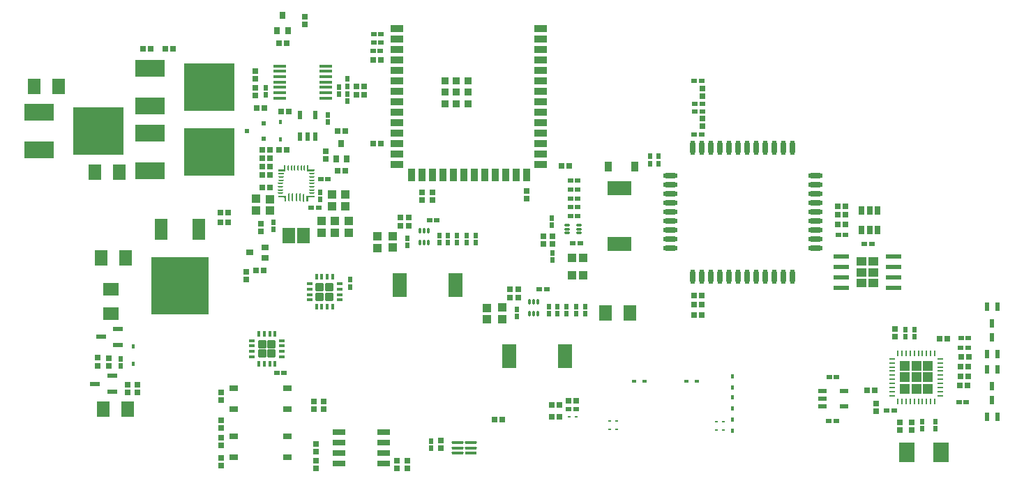
<source format=gtp>
G04*
G04 #@! TF.GenerationSoftware,Altium Limited,Altium Designer,21.9.1 (22)*
G04*
G04 Layer_Color=8421504*
%FSLAX25Y25*%
%MOIN*%
G70*
G04*
G04 #@! TF.SameCoordinates,8F0FC1BE-C161-4982-B8DB-F3E27E61BA57*
G04*
G04*
G04 #@! TF.FilePolarity,Positive*
G04*
G01*
G75*
G04:AMPARAMS|DCode=16|XSize=36.97mil|YSize=36.97mil|CornerRadius=2.03mil|HoleSize=0mil|Usage=FLASHONLY|Rotation=90.000|XOffset=0mil|YOffset=0mil|HoleType=Round|Shape=RoundedRectangle|*
%AMROUNDEDRECTD16*
21,1,0.03697,0.03290,0,0,90.0*
21,1,0.03290,0.03697,0,0,90.0*
1,1,0.00407,0.01645,0.01645*
1,1,0.00407,0.01645,-0.01645*
1,1,0.00407,-0.01645,-0.01645*
1,1,0.00407,-0.01645,0.01645*
%
%ADD16ROUNDEDRECTD16*%
G04:AMPARAMS|DCode=17|XSize=36.97mil|YSize=36.97mil|CornerRadius=2.03mil|HoleSize=0mil|Usage=FLASHONLY|Rotation=180.000|XOffset=0mil|YOffset=0mil|HoleType=Round|Shape=RoundedRectangle|*
%AMROUNDEDRECTD17*
21,1,0.03697,0.03290,0,0,180.0*
21,1,0.03290,0.03697,0,0,180.0*
1,1,0.00407,-0.01645,0.01645*
1,1,0.00407,0.01645,0.01645*
1,1,0.00407,0.01645,-0.01645*
1,1,0.00407,-0.01645,-0.01645*
%
%ADD17ROUNDEDRECTD17*%
%ADD18R,0.04606X0.04606*%
%ADD19R,0.04685X0.04331*%
%ADD20R,0.06102X0.01181*%
%ADD21R,0.06102X0.01181*%
%ADD22R,0.02756X0.02559*%
%ADD23R,0.02559X0.02756*%
%ADD24R,0.03937X0.03150*%
%ADD25R,0.01772X0.02323*%
%ADD26R,0.14173X0.07874*%
%ADD27R,0.24410X0.22835*%
%ADD28R,0.01575X0.01890*%
%ADD29R,0.01968X0.03937*%
%ADD30R,0.01417X0.00984*%
%ADD31R,0.02598X0.02441*%
%ADD32R,0.02441X0.02598*%
%ADD33R,0.03937X0.02362*%
G04:AMPARAMS|DCode=34|XSize=9.06mil|YSize=23.62mil|CornerRadius=1.95mil|HoleSize=0mil|Usage=FLASHONLY|Rotation=270.000|XOffset=0mil|YOffset=0mil|HoleType=Round|Shape=RoundedRectangle|*
%AMROUNDEDRECTD34*
21,1,0.00906,0.01973,0,0,270.0*
21,1,0.00516,0.02362,0,0,270.0*
1,1,0.00389,-0.00986,-0.00258*
1,1,0.00389,-0.00986,0.00258*
1,1,0.00389,0.00986,0.00258*
1,1,0.00389,0.00986,-0.00258*
%
%ADD34ROUNDEDRECTD34*%
G04:AMPARAMS|DCode=35|XSize=9.06mil|YSize=23.62mil|CornerRadius=1.95mil|HoleSize=0mil|Usage=FLASHONLY|Rotation=180.000|XOffset=0mil|YOffset=0mil|HoleType=Round|Shape=RoundedRectangle|*
%AMROUNDEDRECTD35*
21,1,0.00906,0.01973,0,0,180.0*
21,1,0.00516,0.02362,0,0,180.0*
1,1,0.00389,-0.00258,0.00986*
1,1,0.00389,0.00258,0.00986*
1,1,0.00389,0.00258,-0.00986*
1,1,0.00389,-0.00258,-0.00986*
%
%ADD35ROUNDEDRECTD35*%
%ADD36R,0.07480X0.09449*%
%ADD37R,0.03961X0.04351*%
%ADD38R,0.06120X0.07505*%
%ADD39R,0.03583X0.04803*%
%ADD40R,0.07780X0.01968*%
%ADD41R,0.02559X0.04331*%
%ADD42O,0.07087X0.02362*%
%ADD43O,0.02362X0.07087*%
%ADD44R,0.05764X0.01480*%
G04:AMPARAMS|DCode=45|XSize=57.64mil|YSize=14.8mil|CornerRadius=7.4mil|HoleSize=0mil|Usage=FLASHONLY|Rotation=180.000|XOffset=0mil|YOffset=0mil|HoleType=Round|Shape=RoundedRectangle|*
%AMROUNDEDRECTD45*
21,1,0.05764,0.00000,0,0,180.0*
21,1,0.04284,0.01480,0,0,180.0*
1,1,0.01480,-0.02142,0.00000*
1,1,0.01480,0.02142,0.00000*
1,1,0.01480,0.02142,0.00000*
1,1,0.01480,-0.02142,0.00000*
%
%ADD45ROUNDEDRECTD45*%
G04:AMPARAMS|DCode=46|XSize=26.38mil|YSize=11.81mil|CornerRadius=1.95mil|HoleSize=0mil|Usage=FLASHONLY|Rotation=90.000|XOffset=0mil|YOffset=0mil|HoleType=Round|Shape=RoundedRectangle|*
%AMROUNDEDRECTD46*
21,1,0.02638,0.00791,0,0,90.0*
21,1,0.02248,0.01181,0,0,90.0*
1,1,0.00390,0.00396,0.01124*
1,1,0.00390,0.00396,-0.01124*
1,1,0.00390,-0.00396,-0.01124*
1,1,0.00390,-0.00396,0.01124*
%
%ADD46ROUNDEDRECTD46*%
%ADD47R,0.06890X0.11811*%
%ADD48R,0.05906X0.03543*%
%ADD49R,0.03543X0.05906*%
%ADD50R,0.03543X0.03543*%
%ADD51R,0.01890X0.01575*%
G04:AMPARAMS|DCode=52|XSize=61.02mil|YSize=23.62mil|CornerRadius=2.01mil|HoleSize=0mil|Usage=FLASHONLY|Rotation=0.000|XOffset=0mil|YOffset=0mil|HoleType=Round|Shape=RoundedRectangle|*
%AMROUNDEDRECTD52*
21,1,0.06102,0.01961,0,0,0.0*
21,1,0.05701,0.02362,0,0,0.0*
1,1,0.00402,0.02850,-0.00980*
1,1,0.00402,-0.02850,-0.00980*
1,1,0.00402,-0.02850,0.00980*
1,1,0.00402,0.02850,0.00980*
%
%ADD52ROUNDEDRECTD52*%
G04:AMPARAMS|DCode=53|XSize=25.59mil|YSize=7.87mil|CornerRadius=1.97mil|HoleSize=0mil|Usage=FLASHONLY|Rotation=180.000|XOffset=0mil|YOffset=0mil|HoleType=Round|Shape=RoundedRectangle|*
%AMROUNDEDRECTD53*
21,1,0.02559,0.00394,0,0,180.0*
21,1,0.02165,0.00787,0,0,180.0*
1,1,0.00394,-0.01083,0.00197*
1,1,0.00394,0.01083,0.00197*
1,1,0.00394,0.01083,-0.00197*
1,1,0.00394,-0.01083,-0.00197*
%
%ADD53ROUNDEDRECTD53*%
%ADD54R,0.02756X0.03543*%
%ADD55R,0.02362X0.03937*%
%ADD56R,0.02362X0.01968*%
%ADD57R,0.03543X0.02756*%
%ADD58R,0.05906X0.09843*%
%ADD59R,0.27559X0.27559*%
%ADD60R,0.06102X0.07480*%
G04:AMPARAMS|DCode=61|XSize=7.87mil|YSize=37.4mil|CornerRadius=1.97mil|HoleSize=0mil|Usage=FLASHONLY|Rotation=180.000|XOffset=0mil|YOffset=0mil|HoleType=Round|Shape=RoundedRectangle|*
%AMROUNDEDRECTD61*
21,1,0.00787,0.03347,0,0,180.0*
21,1,0.00394,0.03740,0,0,180.0*
1,1,0.00394,-0.00197,0.01673*
1,1,0.00394,0.00197,0.01673*
1,1,0.00394,0.00197,-0.01673*
1,1,0.00394,-0.00197,-0.01673*
%
%ADD61ROUNDEDRECTD61*%
G04:AMPARAMS|DCode=62|XSize=7.87mil|YSize=39.37mil|CornerRadius=1.97mil|HoleSize=0mil|Usage=FLASHONLY|Rotation=180.000|XOffset=0mil|YOffset=0mil|HoleType=Round|Shape=RoundedRectangle|*
%AMROUNDEDRECTD62*
21,1,0.00787,0.03543,0,0,180.0*
21,1,0.00394,0.03937,0,0,180.0*
1,1,0.00394,-0.00197,0.01772*
1,1,0.00394,0.00197,0.01772*
1,1,0.00394,0.00197,-0.01772*
1,1,0.00394,-0.00197,-0.01772*
%
%ADD62ROUNDEDRECTD62*%
%ADD63C,0.00689*%
G04:AMPARAMS|DCode=64|XSize=23.62mil|YSize=7.87mil|CornerRadius=1.97mil|HoleSize=0mil|Usage=FLASHONLY|Rotation=180.000|XOffset=0mil|YOffset=0mil|HoleType=Round|Shape=RoundedRectangle|*
%AMROUNDEDRECTD64*
21,1,0.02362,0.00394,0,0,180.0*
21,1,0.01968,0.00787,0,0,180.0*
1,1,0.00394,-0.00984,0.00197*
1,1,0.00394,0.00984,0.00197*
1,1,0.00394,0.00984,-0.00197*
1,1,0.00394,-0.00984,-0.00197*
%
%ADD64ROUNDEDRECTD64*%
G04:AMPARAMS|DCode=65|XSize=26.77mil|YSize=7.87mil|CornerRadius=1.97mil|HoleSize=0mil|Usage=FLASHONLY|Rotation=180.000|XOffset=0mil|YOffset=0mil|HoleType=Round|Shape=RoundedRectangle|*
%AMROUNDEDRECTD65*
21,1,0.02677,0.00394,0,0,180.0*
21,1,0.02284,0.00787,0,0,180.0*
1,1,0.00394,-0.01142,0.00197*
1,1,0.00394,0.01142,0.00197*
1,1,0.00394,0.01142,-0.00197*
1,1,0.00394,-0.01142,-0.00197*
%
%ADD65ROUNDEDRECTD65*%
G04:AMPARAMS|DCode=66|XSize=27.56mil|YSize=7.87mil|CornerRadius=1.97mil|HoleSize=0mil|Usage=FLASHONLY|Rotation=180.000|XOffset=0mil|YOffset=0mil|HoleType=Round|Shape=RoundedRectangle|*
%AMROUNDEDRECTD66*
21,1,0.02756,0.00394,0,0,180.0*
21,1,0.02362,0.00787,0,0,180.0*
1,1,0.00394,-0.01181,0.00197*
1,1,0.00394,0.01181,0.00197*
1,1,0.00394,0.01181,-0.00197*
1,1,0.00394,-0.01181,-0.00197*
%
%ADD66ROUNDEDRECTD66*%
G04:AMPARAMS|DCode=67|XSize=7.87mil|YSize=23.62mil|CornerRadius=1.97mil|HoleSize=0mil|Usage=FLASHONLY|Rotation=180.000|XOffset=0mil|YOffset=0mil|HoleType=Round|Shape=RoundedRectangle|*
%AMROUNDEDRECTD67*
21,1,0.00787,0.01968,0,0,180.0*
21,1,0.00394,0.02362,0,0,180.0*
1,1,0.00394,-0.00197,0.00984*
1,1,0.00394,0.00197,0.00984*
1,1,0.00394,0.00197,-0.00984*
1,1,0.00394,-0.00197,-0.00984*
%
%ADD67ROUNDEDRECTD67*%
%ADD68C,0.00620*%
%ADD69C,0.00754*%
G04:AMPARAMS|DCode=70|XSize=11.81mil|YSize=29.53mil|CornerRadius=1.95mil|HoleSize=0mil|Usage=FLASHONLY|Rotation=90.000|XOffset=0mil|YOffset=0mil|HoleType=Round|Shape=RoundedRectangle|*
%AMROUNDEDRECTD70*
21,1,0.01181,0.02563,0,0,90.0*
21,1,0.00791,0.02953,0,0,90.0*
1,1,0.00390,0.01282,0.00396*
1,1,0.00390,0.01282,-0.00396*
1,1,0.00390,-0.01282,-0.00396*
1,1,0.00390,-0.01282,0.00396*
%
%ADD70ROUNDEDRECTD70*%
G04:AMPARAMS|DCode=71|XSize=11.81mil|YSize=29.53mil|CornerRadius=1.95mil|HoleSize=0mil|Usage=FLASHONLY|Rotation=180.000|XOffset=0mil|YOffset=0mil|HoleType=Round|Shape=RoundedRectangle|*
%AMROUNDEDRECTD71*
21,1,0.01181,0.02563,0,0,180.0*
21,1,0.00791,0.02953,0,0,180.0*
1,1,0.00390,-0.00396,0.01282*
1,1,0.00390,0.00396,0.01282*
1,1,0.00390,0.00396,-0.01282*
1,1,0.00390,-0.00396,-0.01282*
%
%ADD71ROUNDEDRECTD71*%
%ADD72R,0.07480X0.06102*%
%ADD73R,0.04351X0.03961*%
%ADD74R,0.05118X0.02362*%
%ADD75R,0.11811X0.06890*%
G04:AMPARAMS|DCode=76|XSize=26.38mil|YSize=11.81mil|CornerRadius=1.95mil|HoleSize=0mil|Usage=FLASHONLY|Rotation=180.000|XOffset=0mil|YOffset=0mil|HoleType=Round|Shape=RoundedRectangle|*
%AMROUNDEDRECTD76*
21,1,0.02638,0.00791,0,0,180.0*
21,1,0.02248,0.01181,0,0,180.0*
1,1,0.00390,-0.01124,0.00396*
1,1,0.00390,0.01124,0.00396*
1,1,0.00390,0.01124,-0.00396*
1,1,0.00390,-0.01124,-0.00396*
%
%ADD76ROUNDEDRECTD76*%
G36*
X128493Y-108435D02*
X128549Y-108491D01*
X128579Y-108563D01*
X128579Y-108602D01*
X128579Y-110965D01*
X128579D01*
Y-111004D01*
X128549Y-111076D01*
X128493Y-111131D01*
X128421Y-111161D01*
X128382Y-111161D01*
X127988Y-111161D01*
X127988D01*
X127949Y-111161D01*
X127877Y-111132D01*
X127821Y-111076D01*
X127791Y-111004D01*
X127791Y-110965D01*
Y-109193D01*
X125035D01*
X124996Y-109193D01*
X124924Y-109163D01*
X124869Y-109108D01*
X124839Y-109035D01*
X124839Y-108996D01*
Y-108602D01*
X124839Y-108563D01*
X124869Y-108491D01*
X124924Y-108435D01*
X124996Y-108405D01*
X125035Y-108405D01*
X128382Y-108405D01*
X128382Y-108405D01*
X128421Y-108405D01*
X128493Y-108435D01*
D02*
G37*
G36*
X141965Y-108405D02*
X142004Y-108405D01*
X142076Y-108435D01*
X142131Y-108491D01*
X142161Y-108563D01*
X142161Y-108602D01*
X142161D01*
X142161Y-108996D01*
Y-109035D01*
X142131Y-109108D01*
X142076Y-109163D01*
X142004Y-109193D01*
X139209D01*
X139209Y-110965D01*
Y-111004D01*
X139179Y-111076D01*
X139123Y-111131D01*
X139051Y-111161D01*
X139012D01*
Y-111161D01*
X138618Y-111161D01*
X138579Y-111161D01*
X138507Y-111131D01*
X138451Y-111076D01*
X138421Y-111004D01*
Y-110965D01*
X138421D01*
X138421Y-108602D01*
X138421Y-108563D01*
X138451Y-108491D01*
X138507Y-108435D01*
X138579Y-108405D01*
X138618Y-108405D01*
Y-108405D01*
X141965Y-108405D01*
D02*
G37*
G36*
X128296Y-93869D02*
X128352Y-93924D01*
X128382Y-93996D01*
Y-94035D01*
X128382Y-94035D01*
X128382Y-96398D01*
X128382Y-96437D01*
X128352Y-96509D01*
X128297Y-96565D01*
X128224Y-96595D01*
X128185Y-96595D01*
X125035Y-96595D01*
X124996Y-96595D01*
X124924Y-96565D01*
X124869Y-96509D01*
X124839Y-96437D01*
X124839Y-96398D01*
Y-96398D01*
Y-96004D01*
Y-95965D01*
X124869Y-95892D01*
X124924Y-95837D01*
X124996Y-95807D01*
X125035D01*
X125035Y-95807D01*
X127594D01*
Y-94035D01*
X127594Y-93996D01*
X127624Y-93924D01*
X127680Y-93869D01*
X127752Y-93839D01*
X127791Y-93839D01*
X127791Y-93839D01*
X128185Y-93839D01*
X128224Y-93839D01*
X128296Y-93869D01*
D02*
G37*
G36*
X139320Y-93869D02*
X139375Y-93924D01*
X139406Y-93996D01*
X139406Y-94035D01*
X139406Y-95807D01*
X141965D01*
Y-95807D01*
X142004D01*
X142076Y-95837D01*
X142131Y-95892D01*
X142161Y-95965D01*
Y-96004D01*
X142161Y-96398D01*
X142161Y-96398D01*
X142161Y-96437D01*
X142131Y-96509D01*
X142076Y-96565D01*
X142004Y-96595D01*
X141965Y-96595D01*
X138815D01*
X138776Y-96595D01*
X138703Y-96565D01*
X138648Y-96509D01*
X138618Y-96437D01*
X138618Y-96398D01*
Y-94035D01*
X138618Y-93996D01*
X138648Y-93924D01*
X138703Y-93869D01*
X138776Y-93839D01*
X138815Y-93839D01*
X139209Y-93839D01*
Y-93839D01*
X139248Y-93839D01*
X139320Y-93869D01*
D02*
G37*
D16*
X121742Y-179258D02*
D03*
Y-183742D02*
D03*
X117258D02*
D03*
Y-179258D02*
D03*
D17*
X144758Y-156593D02*
D03*
X149242D02*
D03*
Y-152108D02*
D03*
X144758D02*
D03*
D18*
X429815Y-189803D02*
D03*
X424421D02*
D03*
X435209D02*
D03*
X429815Y-200590D02*
D03*
X424421D02*
D03*
X435209D02*
D03*
Y-195197D02*
D03*
X424421D02*
D03*
X429815D02*
D03*
D19*
X409237Y-150111D02*
D03*
X409244Y-145001D02*
D03*
X409237Y-139874D02*
D03*
X403764Y-150111D02*
D03*
X403771Y-145001D02*
D03*
X403764Y-139874D02*
D03*
D20*
X125476Y-61677D02*
D03*
Y-56559D02*
D03*
Y-51441D02*
D03*
Y-46323D02*
D03*
X147524Y-61677D02*
D03*
Y-56559D02*
D03*
Y-51441D02*
D03*
Y-46323D02*
D03*
D21*
X125476Y-59118D02*
D03*
Y-54000D02*
D03*
Y-48882D02*
D03*
X147524Y-59118D02*
D03*
Y-54000D02*
D03*
Y-48882D02*
D03*
D22*
X264000Y-94000D02*
D03*
X260260D02*
D03*
X125130Y-86500D02*
D03*
X128870D02*
D03*
X117130D02*
D03*
X120870D02*
D03*
X440815Y-176803D02*
D03*
X444555D02*
D03*
X409882Y-201512D02*
D03*
X406142D02*
D03*
X454370Y-199000D02*
D03*
X450630D02*
D03*
X454555Y-194697D02*
D03*
X450815D02*
D03*
X454685Y-190197D02*
D03*
X450945D02*
D03*
X451142Y-185512D02*
D03*
X454882D02*
D03*
X228130Y-215500D02*
D03*
X231870D02*
D03*
X117130Y-90500D02*
D03*
X120870D02*
D03*
X156870Y-77500D02*
D03*
X153130D02*
D03*
X395870Y-122000D02*
D03*
X392130D02*
D03*
X395870Y-117500D02*
D03*
X392130D02*
D03*
X395870Y-113500D02*
D03*
X392130D02*
D03*
X327370Y-165500D02*
D03*
X323630D02*
D03*
X323500Y-160500D02*
D03*
X327240D02*
D03*
Y-156000D02*
D03*
X323500D02*
D03*
X267370Y-206500D02*
D03*
X263630D02*
D03*
X259370Y-208500D02*
D03*
X255630D02*
D03*
X255500Y-214000D02*
D03*
X259240D02*
D03*
X71000Y-38000D02*
D03*
X74740D02*
D03*
X63870D02*
D03*
X60130D02*
D03*
X187155Y-122916D02*
D03*
X183415D02*
D03*
Y-118916D02*
D03*
X187155D02*
D03*
X117870Y-144000D02*
D03*
X114130D02*
D03*
X117130Y-98500D02*
D03*
X120870D02*
D03*
Y-104500D02*
D03*
X117130D02*
D03*
Y-94500D02*
D03*
X120870D02*
D03*
X162130Y-56000D02*
D03*
X165870D02*
D03*
X162130Y-60000D02*
D03*
X165870D02*
D03*
X114630Y-66500D02*
D03*
X118370D02*
D03*
X126130Y-68000D02*
D03*
X129870D02*
D03*
X153130Y-96500D02*
D03*
X156870D02*
D03*
X235747Y-156999D02*
D03*
X239487D02*
D03*
Y-152998D02*
D03*
X235747D02*
D03*
X125130Y-35500D02*
D03*
X128870D02*
D03*
X173870Y-83500D02*
D03*
X170130D02*
D03*
X100870Y-121000D02*
D03*
X97130D02*
D03*
Y-116500D02*
D03*
X100870D02*
D03*
X173870Y-43500D02*
D03*
X170130D02*
D03*
D23*
X243500Y-106130D02*
D03*
Y-109870D02*
D03*
X193500Y-106630D02*
D03*
Y-110370D02*
D03*
X97500Y-202260D02*
D03*
Y-206000D02*
D03*
Y-215630D02*
D03*
Y-219370D02*
D03*
Y-224130D02*
D03*
Y-227870D02*
D03*
Y-237370D02*
D03*
Y-233630D02*
D03*
X427512Y-220382D02*
D03*
Y-216642D02*
D03*
X419500Y-175870D02*
D03*
Y-172130D02*
D03*
X422012Y-220382D02*
D03*
Y-216642D02*
D03*
X410500Y-207630D02*
D03*
Y-211370D02*
D03*
X327500Y-57130D02*
D03*
Y-60870D02*
D03*
Y-71500D02*
D03*
Y-75240D02*
D03*
X202500Y-229240D02*
D03*
Y-225500D02*
D03*
X109500Y-144630D02*
D03*
Y-148370D02*
D03*
X142000Y-210500D02*
D03*
Y-206760D02*
D03*
X146500Y-210500D02*
D03*
Y-206760D02*
D03*
X181500Y-238870D02*
D03*
X143000Y-227130D02*
D03*
Y-230870D02*
D03*
Y-235130D02*
D03*
Y-238870D02*
D03*
X181500Y-235130D02*
D03*
X186500D02*
D03*
Y-238870D02*
D03*
X114000Y-48760D02*
D03*
Y-52500D02*
D03*
Y-56630D02*
D03*
Y-60370D02*
D03*
X251500Y-127630D02*
D03*
Y-131370D02*
D03*
X147500Y-87130D02*
D03*
Y-90870D02*
D03*
X256000Y-127630D02*
D03*
Y-131370D02*
D03*
X137500Y-26370D02*
D03*
Y-22630D02*
D03*
X198500Y-106630D02*
D03*
Y-110370D02*
D03*
X116500Y-125370D02*
D03*
Y-121630D02*
D03*
X57500Y-198630D02*
D03*
Y-202370D02*
D03*
X38740Y-189638D02*
D03*
Y-185898D02*
D03*
X53000Y-202370D02*
D03*
Y-198630D02*
D03*
X44000Y-186130D02*
D03*
Y-189870D02*
D03*
D24*
X129295Y-210500D02*
D03*
X103705Y-200500D02*
D03*
Y-210500D02*
D03*
X129295Y-200500D02*
D03*
Y-233500D02*
D03*
X103705Y-223500D02*
D03*
Y-233500D02*
D03*
X129295Y-223500D02*
D03*
D25*
X55500Y-180347D02*
D03*
Y-188654D02*
D03*
X125886Y-73000D02*
D03*
Y-81307D02*
D03*
D26*
X10677Y-68484D02*
D03*
Y-86516D02*
D03*
X63677Y-96516D02*
D03*
Y-78484D02*
D03*
Y-65516D02*
D03*
Y-47484D02*
D03*
D27*
X39024Y-77500D02*
D03*
X92024Y-87500D02*
D03*
Y-56500D02*
D03*
D28*
X342000Y-204902D02*
D03*
Y-200098D02*
D03*
Y-220598D02*
D03*
Y-215402D02*
D03*
Y-210098D02*
D03*
Y-194902D02*
D03*
D29*
X466000Y-176063D02*
D03*
Y-169437D02*
D03*
X468559Y-161563D02*
D03*
X463441D02*
D03*
Y-183937D02*
D03*
X468559D02*
D03*
X463441Y-213937D02*
D03*
X468559D02*
D03*
X466000Y-206063D02*
D03*
X468559Y-191563D02*
D03*
X463441D02*
D03*
X466000Y-199437D02*
D03*
D30*
X334193Y-216500D02*
D03*
X337500D02*
D03*
X334347Y-220500D02*
D03*
X337653D02*
D03*
X267154Y-214000D02*
D03*
X263846D02*
D03*
X283347Y-216000D02*
D03*
X286653D02*
D03*
X283347Y-220000D02*
D03*
X286653D02*
D03*
D31*
X391732Y-195000D02*
D03*
X388268D02*
D03*
X391465Y-216000D02*
D03*
X388000D02*
D03*
X450268Y-207000D02*
D03*
X453732D02*
D03*
X419232Y-211000D02*
D03*
X415768D02*
D03*
X454476Y-181012D02*
D03*
X451012D02*
D03*
X454744Y-176512D02*
D03*
X451279D02*
D03*
X405035Y-131500D02*
D03*
X408500D02*
D03*
X395965Y-127000D02*
D03*
X392500D02*
D03*
X323768Y-53500D02*
D03*
X327232D02*
D03*
X323768Y-79000D02*
D03*
X327232D02*
D03*
X324035Y-64500D02*
D03*
X327500D02*
D03*
X324035Y-68000D02*
D03*
X327500D02*
D03*
X267232Y-210500D02*
D03*
X263768D02*
D03*
X197268Y-120000D02*
D03*
X200732D02*
D03*
X170535Y-31000D02*
D03*
X174000D02*
D03*
X170535Y-35000D02*
D03*
X174000D02*
D03*
X144232Y-114000D02*
D03*
X140768D02*
D03*
X145268Y-100500D02*
D03*
X148732D02*
D03*
X127732Y-193000D02*
D03*
X124268D02*
D03*
X265768Y-131000D02*
D03*
X269232D02*
D03*
X264535Y-109600D02*
D03*
X268000D02*
D03*
X264535Y-105401D02*
D03*
X268000D02*
D03*
X264535Y-101201D02*
D03*
X268000D02*
D03*
X264535Y-113800D02*
D03*
X268000D02*
D03*
X264535Y-118000D02*
D03*
X268000D02*
D03*
X170268Y-39000D02*
D03*
X173732D02*
D03*
X253232Y-153000D02*
D03*
X249768D02*
D03*
D32*
X429012Y-175744D02*
D03*
Y-172280D02*
D03*
X439012Y-216280D02*
D03*
Y-219744D02*
D03*
X432512Y-216280D02*
D03*
Y-219744D02*
D03*
X424500Y-172268D02*
D03*
Y-175732D02*
D03*
X302500Y-89535D02*
D03*
Y-93000D02*
D03*
X306500Y-89500D02*
D03*
Y-92965D02*
D03*
X198000Y-225768D02*
D03*
Y-229232D02*
D03*
X186668Y-132150D02*
D03*
Y-128686D02*
D03*
X219298Y-130833D02*
D03*
Y-127368D02*
D03*
X214798Y-130833D02*
D03*
Y-127368D02*
D03*
X210298Y-130833D02*
D03*
Y-127368D02*
D03*
X205798Y-130833D02*
D03*
Y-127368D02*
D03*
X201798Y-130833D02*
D03*
Y-127368D02*
D03*
X49500Y-189732D02*
D03*
Y-186268D02*
D03*
X145000Y-106768D02*
D03*
Y-110232D02*
D03*
X122500Y-121000D02*
D03*
Y-124465D02*
D03*
X148500Y-69768D02*
D03*
Y-73232D02*
D03*
X158000Y-55965D02*
D03*
Y-52500D02*
D03*
X154000Y-59732D02*
D03*
Y-56268D02*
D03*
X158000Y-59768D02*
D03*
Y-63232D02*
D03*
X119000Y-56768D02*
D03*
Y-60232D02*
D03*
X239000Y-162768D02*
D03*
Y-166232D02*
D03*
X271630Y-161450D02*
D03*
Y-164915D02*
D03*
X254130Y-161450D02*
D03*
Y-164915D02*
D03*
X258130Y-161450D02*
D03*
Y-164915D02*
D03*
X262630Y-161450D02*
D03*
Y-164915D02*
D03*
X267130Y-161450D02*
D03*
Y-164915D02*
D03*
X256000Y-139232D02*
D03*
Y-135768D02*
D03*
X255732Y-119042D02*
D03*
Y-122506D02*
D03*
X159202Y-151985D02*
D03*
Y-148520D02*
D03*
D33*
X384882Y-201760D02*
D03*
X384882Y-205500D02*
D03*
X384882Y-209240D02*
D03*
X395118Y-209241D02*
D03*
X395119Y-201761D02*
D03*
D34*
X441232Y-204055D02*
D03*
Y-202087D02*
D03*
Y-200118D02*
D03*
Y-198150D02*
D03*
Y-196181D02*
D03*
Y-194213D02*
D03*
Y-192244D02*
D03*
Y-190276D02*
D03*
Y-188307D02*
D03*
Y-186339D02*
D03*
X418398D02*
D03*
Y-188307D02*
D03*
Y-190276D02*
D03*
Y-192244D02*
D03*
Y-194213D02*
D03*
Y-196181D02*
D03*
Y-198150D02*
D03*
Y-200118D02*
D03*
Y-202087D02*
D03*
Y-204055D02*
D03*
D35*
X438673Y-183780D02*
D03*
X436705D02*
D03*
X434736D02*
D03*
X432768D02*
D03*
X430799D02*
D03*
X428831D02*
D03*
X426862D02*
D03*
X424894D02*
D03*
X422925D02*
D03*
X420957D02*
D03*
Y-206614D02*
D03*
X422925D02*
D03*
X424894D02*
D03*
X426862D02*
D03*
X428831D02*
D03*
X430799D02*
D03*
X432768D02*
D03*
X434736D02*
D03*
X436705D02*
D03*
X438673D02*
D03*
D36*
X441571Y-231000D02*
D03*
X425429D02*
D03*
D37*
X152000Y-126000D02*
D03*
Y-120484D02*
D03*
X179668Y-133176D02*
D03*
Y-127660D02*
D03*
X172387Y-133365D02*
D03*
Y-127849D02*
D03*
X145500Y-120484D02*
D03*
Y-126000D02*
D03*
X158500Y-120484D02*
D03*
Y-126000D02*
D03*
X114232Y-115347D02*
D03*
Y-109831D02*
D03*
X157000Y-113258D02*
D03*
Y-107742D02*
D03*
X150500Y-113258D02*
D03*
Y-107742D02*
D03*
X120791Y-115442D02*
D03*
Y-109925D02*
D03*
X232000Y-167258D02*
D03*
Y-161742D02*
D03*
X224719Y-167447D02*
D03*
Y-161931D02*
D03*
D38*
X136948Y-127500D02*
D03*
X130052D02*
D03*
D39*
X282563Y-94500D02*
D03*
X295437D02*
D03*
D40*
X419031Y-152500D02*
D03*
Y-147500D02*
D03*
Y-142500D02*
D03*
Y-137500D02*
D03*
X393969Y-152500D02*
D03*
Y-147500D02*
D03*
Y-142500D02*
D03*
Y-137500D02*
D03*
D41*
X403760Y-124724D02*
D03*
X407500D02*
D03*
X411240D02*
D03*
Y-115276D02*
D03*
X407500D02*
D03*
X403760D02*
D03*
D42*
X312232Y-129181D02*
D03*
Y-124850D02*
D03*
Y-120520D02*
D03*
Y-116189D02*
D03*
Y-111858D02*
D03*
Y-107528D02*
D03*
Y-103197D02*
D03*
Y-98866D02*
D03*
X381524D02*
D03*
Y-103197D02*
D03*
Y-107528D02*
D03*
Y-111858D02*
D03*
Y-116189D02*
D03*
Y-120520D02*
D03*
Y-124850D02*
D03*
Y-129181D02*
D03*
Y-133512D02*
D03*
X312232D02*
D03*
D43*
X323059Y-85283D02*
D03*
X327390D02*
D03*
X331720D02*
D03*
X336051D02*
D03*
X340382D02*
D03*
X344713D02*
D03*
X349043D02*
D03*
X353374D02*
D03*
X357705D02*
D03*
X362035D02*
D03*
X366366D02*
D03*
X370697D02*
D03*
Y-147095D02*
D03*
X366366D02*
D03*
X362035D02*
D03*
X357705D02*
D03*
X353374D02*
D03*
X349043D02*
D03*
X344713D02*
D03*
X340382D02*
D03*
X336051D02*
D03*
X331720D02*
D03*
X327390D02*
D03*
X323059D02*
D03*
D44*
X217000Y-231559D02*
D03*
D45*
Y-229000D02*
D03*
Y-226441D02*
D03*
X210542D02*
D03*
Y-229000D02*
D03*
Y-231559D02*
D03*
D46*
X192668Y-124918D02*
D03*
X194636D02*
D03*
X196605D02*
D03*
Y-130745D02*
D03*
X194636D02*
D03*
X192668D02*
D03*
X245000Y-164827D02*
D03*
X246969D02*
D03*
X248937D02*
D03*
Y-159000D02*
D03*
X246969D02*
D03*
X245000D02*
D03*
D47*
X209455Y-150918D02*
D03*
X182881D02*
D03*
X235213Y-185000D02*
D03*
X261787D02*
D03*
D48*
X181500Y-28500D02*
D03*
Y-33500D02*
D03*
Y-38500D02*
D03*
Y-43500D02*
D03*
Y-48500D02*
D03*
Y-53500D02*
D03*
Y-58500D02*
D03*
Y-63500D02*
D03*
Y-68500D02*
D03*
Y-73500D02*
D03*
Y-78500D02*
D03*
Y-83500D02*
D03*
Y-88500D02*
D03*
Y-93500D02*
D03*
X250398D02*
D03*
Y-88500D02*
D03*
Y-83500D02*
D03*
Y-78500D02*
D03*
Y-73500D02*
D03*
Y-68500D02*
D03*
Y-63500D02*
D03*
Y-58500D02*
D03*
Y-53500D02*
D03*
Y-48500D02*
D03*
Y-43500D02*
D03*
Y-38500D02*
D03*
Y-33500D02*
D03*
Y-28500D02*
D03*
D49*
X188449Y-98421D02*
D03*
X193449D02*
D03*
X198449D02*
D03*
X203449D02*
D03*
X208449D02*
D03*
X213449D02*
D03*
X218449D02*
D03*
X223449D02*
D03*
X228449D02*
D03*
X233449D02*
D03*
X238449D02*
D03*
X243449D02*
D03*
D50*
X210043Y-58894D02*
D03*
Y-53382D02*
D03*
X204532D02*
D03*
Y-58894D02*
D03*
Y-64406D02*
D03*
X210043D02*
D03*
X215555D02*
D03*
Y-58894D02*
D03*
Y-53382D02*
D03*
D51*
X325098Y-197000D02*
D03*
X319902D02*
D03*
X300098D02*
D03*
X294902D02*
D03*
D52*
X175130Y-221500D02*
D03*
Y-226500D02*
D03*
Y-231500D02*
D03*
Y-236500D02*
D03*
X153870D02*
D03*
Y-231500D02*
D03*
Y-226500D02*
D03*
Y-221500D02*
D03*
D53*
X126118Y-99350D02*
D03*
D54*
X152441Y-90740D02*
D03*
X157559D02*
D03*
X155000Y-83260D02*
D03*
X126941Y-22020D02*
D03*
X129500Y-29500D02*
D03*
X124382D02*
D03*
D55*
X135260Y-80118D02*
D03*
X139000Y-80118D02*
D03*
X142740Y-80118D02*
D03*
X142740Y-69882D02*
D03*
X135260Y-69881D02*
D03*
D56*
X117937Y-73760D02*
D03*
Y-81240D02*
D03*
X110063Y-77500D02*
D03*
D57*
X118740Y-138059D02*
D03*
Y-132941D02*
D03*
X111260Y-135500D02*
D03*
D58*
X87055Y-124335D02*
D03*
X68945D02*
D03*
D59*
X78000Y-151500D02*
D03*
D60*
X19807Y-56000D02*
D03*
X8193D02*
D03*
X281193Y-164500D02*
D03*
X292807D02*
D03*
X40193Y-138000D02*
D03*
X51807D02*
D03*
X52807Y-210500D02*
D03*
X41193D02*
D03*
X37193Y-97000D02*
D03*
X48807D02*
D03*
D61*
X137043Y-109291D02*
D03*
D62*
X135272Y-109193D02*
D03*
X133500D02*
D03*
X131728D02*
D03*
X129957D02*
D03*
D63*
X128062Y-108922D02*
D03*
X127865Y-96078D02*
D03*
D64*
X126020Y-107224D02*
D03*
Y-105650D02*
D03*
Y-104075D02*
D03*
Y-102500D02*
D03*
X140980Y-97776D02*
D03*
Y-99350D02*
D03*
Y-100925D02*
D03*
Y-102500D02*
D03*
Y-104075D02*
D03*
Y-105650D02*
D03*
Y-107224D02*
D03*
D65*
X126177Y-100925D02*
D03*
D66*
X126216Y-97776D02*
D03*
D67*
X129563Y-95020D02*
D03*
X131138D02*
D03*
X132713D02*
D03*
X134287D02*
D03*
X135862D02*
D03*
X137437D02*
D03*
D68*
X139061Y-95561D02*
D03*
D69*
X138889Y-108922D02*
D03*
D70*
X112315Y-185339D02*
D03*
Y-182780D02*
D03*
Y-180220D02*
D03*
Y-177661D02*
D03*
X126685D02*
D03*
Y-180220D02*
D03*
Y-182780D02*
D03*
Y-185339D02*
D03*
X139815Y-150512D02*
D03*
X154185Y-158189D02*
D03*
Y-155630D02*
D03*
Y-153071D02*
D03*
Y-150512D02*
D03*
X139815Y-153071D02*
D03*
Y-155630D02*
D03*
Y-158189D02*
D03*
D71*
X115661Y-174315D02*
D03*
X118220D02*
D03*
X120780D02*
D03*
X123339D02*
D03*
Y-188685D02*
D03*
X120780D02*
D03*
X118220D02*
D03*
X115661D02*
D03*
X148280Y-147165D02*
D03*
X145721D02*
D03*
X150839D02*
D03*
X143161D02*
D03*
Y-161535D02*
D03*
X145721D02*
D03*
X148280D02*
D03*
X150839D02*
D03*
D72*
X45000Y-164807D02*
D03*
Y-153193D02*
D03*
D73*
X270758Y-146500D02*
D03*
X265242D02*
D03*
X270758Y-138000D02*
D03*
X265242D02*
D03*
D74*
X45500Y-202000D02*
D03*
Y-194520D02*
D03*
X37232Y-198260D02*
D03*
X48394Y-179606D02*
D03*
Y-172126D02*
D03*
X40126Y-175866D02*
D03*
D75*
X288000Y-131287D02*
D03*
Y-104713D02*
D03*
D76*
X268646Y-126243D02*
D03*
Y-124274D02*
D03*
Y-122306D02*
D03*
X262819D02*
D03*
Y-124274D02*
D03*
Y-126243D02*
D03*
M02*

</source>
